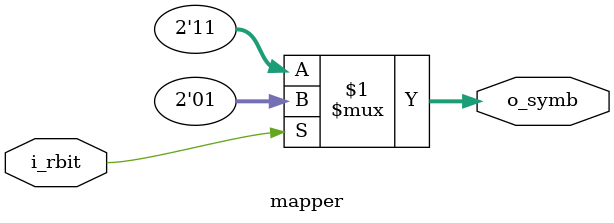
<source format=v>
module mapper (
	input i_rbit, 
	output [1:0] o_symb	
);

assign o_symb[1:0] = i_rbit ? $signed(2'b01) : $signed(2'b11);

endmodule //mapper
</source>
